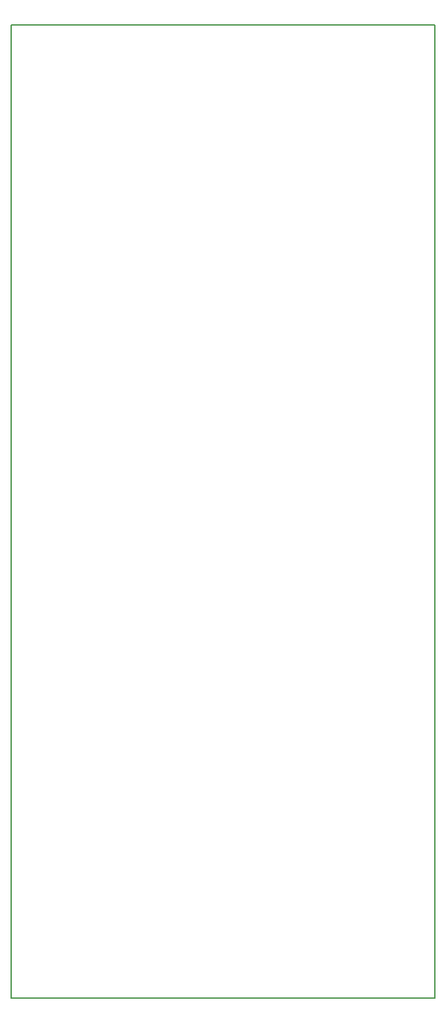
<source format=gbr>
%TF.GenerationSoftware,KiCad,Pcbnew,8.0.5*%
%TF.CreationDate,2024-10-04T12:38:32-05:00*%
%TF.ProjectId,bidirectional_load_switch,62696469-7265-4637-9469-6f6e616c5f6c,rev?*%
%TF.SameCoordinates,Original*%
%TF.FileFunction,Profile,NP*%
%FSLAX46Y46*%
G04 Gerber Fmt 4.6, Leading zero omitted, Abs format (unit mm)*
G04 Created by KiCad (PCBNEW 8.0.5) date 2024-10-04 12:38:32*
%MOMM*%
%LPD*%
G01*
G04 APERTURE LIST*
%TA.AperFunction,Profile*%
%ADD10C,0.200000*%
%TD*%
G04 APERTURE END LIST*
D10*
X117900000Y-33150000D02*
X172550000Y-33150000D01*
X172550000Y-158650000D01*
X117900000Y-158650000D01*
X117900000Y-33150000D01*
M02*

</source>
